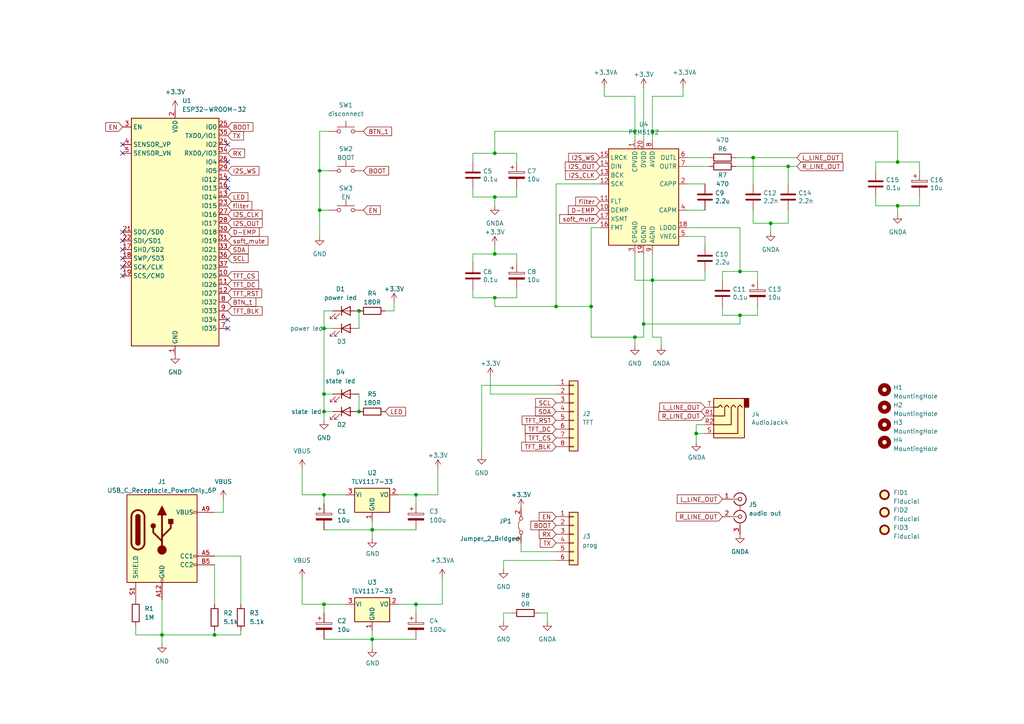
<source format=kicad_sch>
(kicad_sch (version 20230121) (generator eeschema)
  (paper "A4")
  (lib_symbols
    (symbol "Audio:PCM5102"
      (property "Reference" "U" (at -10.16 13.97 0))
      (property "Value" "PCM5102" (at 3.81 13.97 0))
      (symbol "PCM5102_0_1"
        (rectangle (start -10.16 12.7) (end 10.16 -15.24) (stroke (width 0.254)) (fill (type background)))
      )
      (symbol "PCM5102_1_1"
        (pin passive line (at -2.54 15.24 270) (length 2.54) (name "CPVDD") (number "1"))
        (pin input line (at -12.7 -5.08 0) (length 2.54) (name "DEMP") (number "10"))
        (pin input line (at -12.7 -2.54 0) (length 2.54) (name "FLT") (number "11"))
        (pin input line (at -12.7 2.54 0) (length 2.54) (name "SCK") (number "12"))
        (pin input line (at -12.7 5.08 0) (length 2.54) (name "BCK") (number "13"))
        (pin input line (at -12.7 7.62 0) (length 2.54) (name "DIN") (number "14"))
        (pin input line (at -12.7 10.16 0) (length 2.54) (name "LRCK") (number "15"))
        (pin input line (at -12.7 -10.16 0) (length 2.54) (name "FMT") (number "16"))
        (pin input line (at -12.7 -7.62 0) (length 2.54) (name "XSMT") (number "17"))
        (pin passive line (at 12.7 -10.16 180) (length 2.54) (name "LDOO") (number "18"))
        (pin power_in line (at 0 -17.78 90) (length 2.54) (name "DGND") (number "19"))
        (pin passive line (at 12.7 2.54 180) (length 2.54) (name "CAPP") (number "2"))
        (pin power_in line (at 0 15.24 270) (length 2.54) (name "DVDD") (number "20"))
        (pin power_in line (at -2.54 -17.78 90) (length 2.54) (name "CPGND") (number "3"))
        (pin passive line (at 12.7 -5.08 180) (length 2.54) (name "CAPM") (number "4"))
        (pin passive line (at 12.7 -12.7 180) (length 2.54) (name "VNEG") (number "5"))
        (pin output line (at 12.7 10.16 180) (length 2.54) (name "OUTL") (number "6"))
        (pin output line (at 12.7 7.62 180) (length 2.54) (name "OUTR") (number "7"))
        (pin power_in line (at 2.54 15.24 270) (length 2.54) (name "AVDD") (number "8"))
        (pin power_in line (at 2.54 -17.78 90) (length 2.54) (name "AGND") (number "9"))
      )
    )
    (symbol "Connector:AudioJack4"
      (property "Reference" "J" (at 0 8.89 0))
      (property "Value" "AudioJack4" (at 0 6.35 0))
      (symbol "AudioJack4_0_1"
        (rectangle (start -6.35 -5.08) (end -7.62 -7.62) (stroke (width 0.254)) (fill (type outline)))
        (polyline (pts (xy 0 -5.08) (xy 0.635 -5.715) (xy 1.27 -5.08) (xy 2.54 -5.08)) (stroke (width 0.254)))
        (polyline (pts (xy -5.715 -5.08) (xy -5.08 -5.715) (xy -4.445 -5.08) (xy -4.445 2.54) (xy 2.54 2.54)) (stroke (width 0.254)))
        (polyline (pts (xy -1.905 -5.08) (xy -1.27 -5.715) (xy -0.635 -5.08) (xy -0.635 -2.54) (xy 2.54 -2.54)) (stroke (width 0.254)))
        (polyline (pts (xy 2.54 0) (xy -2.54 0) (xy -2.54 -5.08) (xy -3.175 -5.715) (xy -3.81 -5.08)) (stroke (width 0.254)))
        (rectangle (start 2.54 3.81) (end -6.35 -7.62) (stroke (width 0.254)) (fill (type background)))
      )
      (symbol "AudioJack4_1_1"
        (pin passive line (at 5.08 -2.54 180) (length 2.54) (name "~") (number "R1"))
        (pin passive line (at 5.08 0 180) (length 2.54) (name "~") (number "R2"))
        (pin passive line (at 5.08 2.54 180) (length 2.54) (name "~") (number "S"))
        (pin passive line (at 5.08 -5.08 180) (length 2.54) (name "~") (number "T"))
      )
    )
    (symbol "Connector:Conn_Coaxial_x2" (pin_names (offset 1.016) hide)
      (property "Reference" "J" (at 0 5.715 0))
      (property "Value" "Conn_Coaxial_x2" (at 2.921 0 90))
      (symbol "Conn_Coaxial_x2_0_1"
        (arc (start -1.778 -3.048) (mid 0.2311 -4.3466) (end 1.778 -2.54) (stroke (width 0.254)))
        (arc (start -1.778 2.032) (mid 0.2311 0.7334) (end 1.778 2.54) (stroke (width 0.254)))
        (circle (center 0 -2.54) (radius 0.508) (stroke (width 0.2032)))
        (polyline (pts (xy -2.54 -2.54) (xy -0.508 -2.54)))
        (polyline (pts (xy -2.54 2.54) (xy -0.508 2.54)))
        (polyline (pts (xy 0 -5.08) (xy 0 -4.318)))
        (polyline (pts (xy 0 0.762) (xy 0 -0.635)))
        (circle (center 0 2.54) (radius 0.508) (stroke (width 0.2032)))
        (arc (start 1.778 -2.54) (mid 0.2099 -0.7299) (end -1.778 -2.032) (stroke (width 0.254)))
        (arc (start 1.778 2.54) (mid 0.2099 4.3501) (end -1.778 3.048) (stroke (width 0.254)))
      )
      (symbol "Conn_Coaxial_x2_1_1"
        (pin passive line (at -5.08 2.54 0) (length 2.54) (name "IN1") (number "1"))
        (pin passive line (at -5.08 -2.54 0) (length 2.54) (name "IN2") (number "2"))
        (pin passive line (at 0 -7.62 90) (length 2.54) (name "EXT") (number "3"))
      )
    )
    (symbol "Connector:USB_C_Receptacle_PowerOnly_6P" (pin_names (offset 1.016))
      (property "Reference" "J" (at 0 16.51 0))
      (property "Value" "USB_C_Receptacle_PowerOnly_6P" (at 0 13.97 0))
      (symbol "USB_C_Receptacle_PowerOnly_6P_0_0"
        (rectangle (start -0.254 -12.7) (end 0.254 -11.684))
        (rectangle (start 10.16 -7.366) (end 9.144 -7.874))
        (rectangle (start 10.16 -4.826) (end 9.144 -5.334))
        (rectangle (start 10.16 7.874) (end 9.144 7.366))
      )
      (symbol "USB_C_Receptacle_PowerOnly_6P_0_1"
        (rectangle (start -10.16 12.7) (end 10.16 -12.7) (stroke (width 0.254)) (fill (type background)))
        (arc (start -8.89 -1.27) (mid -6.985 -3.1667) (end -5.08 -1.27) (stroke (width 0.508)))
        (arc (start -7.62 -1.27) (mid -6.985 -1.9023) (end -6.35 -1.27) (stroke (width 0.254)))
        (arc (start -7.62 -1.27) (mid -6.985 -1.9023) (end -6.35 -1.27) (stroke (width 0.254)) (fill (type outline)))
        (rectangle (start -7.62 -1.27) (end -6.35 6.35) (stroke (width 0.254)) (fill (type outline)))
        (arc (start -6.35 6.35) (mid -6.985 6.9823) (end -7.62 6.35) (stroke (width 0.254)))
        (arc (start -6.35 6.35) (mid -6.985 6.9823) (end -7.62 6.35) (stroke (width 0.254)) (fill (type outline)))
        (arc (start -5.08 6.35) (mid -6.985 8.2467) (end -8.89 6.35) (stroke (width 0.508)))
        (circle (center -2.54 3.683) (radius 0.635) (stroke (width 0.254)) (fill (type outline)))
        (circle (center 0 -3.302) (radius 1.27) (fill (type outline)))
        (polyline (pts (xy -8.89 -1.27) (xy -8.89 6.35)) (stroke (width 0.508)))
        (polyline (pts (xy -5.08 6.35) (xy -5.08 -1.27)) (stroke (width 0.508)))
        (polyline (pts (xy 0 -3.302) (xy 0 6.858)) (stroke (width 0.508)))
        (polyline (pts (xy 0 -0.762) (xy -2.54 1.778) (xy -2.54 3.048)) (stroke (width 0.508)))
        (polyline (pts (xy 0 0.508) (xy 2.54 3.048) (xy 2.54 4.318)) (stroke (width 0.508)))
        (polyline (pts (xy -1.27 6.858) (xy 0 9.398) (xy 1.27 6.858) (xy -1.27 6.858)) (stroke (width 0.254)) (fill (type outline)))
        (rectangle (start 1.905 4.318) (end 3.175 5.588) (stroke (width 0.254)) (fill (type outline)))
      )
      (symbol "USB_C_Receptacle_PowerOnly_6P_1_1"
        (pin passive line (at 0 -17.78 90) (length 5.08) (name "GND") (number "A12"))
        (pin bidirectional line (at 15.24 -5.08 180) (length 5.08) (name "CC1") (number "A5"))
        (pin passive line (at 15.24 7.62 180) (length 5.08) (name "VBUS") (number "A9"))
        (pin passive line (at 0 -17.78 90) (length 5.08) hide (name "GND") (number "B12"))
        (pin bidirectional line (at 15.24 -7.62 180) (length 5.08) (name "CC2") (number "B5"))
        (pin passive line (at 15.24 7.62 180) (length 5.08) hide (name "VBUS") (number "B9"))
        (pin passive line (at -7.62 -17.78 90) (length 5.08) (name "SHIELD") (number "S1"))
      )
    )
    (symbol "Connector_Generic:Conn_01x06" (pin_names (offset 1.016) hide)
      (property "Reference" "J" (at 0 7.62 0))
      (property "Value" "Conn_01x06" (at 0 -10.16 0))
      (symbol "Conn_01x06_1_1"
        (rectangle (start -1.27 -7.493) (end 0 -7.747) (stroke (width 0.1524)))
        (rectangle (start -1.27 -4.953) (end 0 -5.207) (stroke (width 0.1524)))
        (rectangle (start -1.27 -2.413) (end 0 -2.667) (stroke (width 0.1524)))
        (rectangle (start -1.27 0.127) (end 0 -0.127) (stroke (width 0.1524)))
        (rectangle (start -1.27 2.667) (end 0 2.413) (stroke (width 0.1524)))
        (rectangle (start -1.27 5.207) (end 0 4.953) (stroke (width 0.1524)))
        (rectangle (start -1.27 6.35) (end 1.27 -8.89) (stroke (width 0.254)) (fill (type background)))
        (pin passive line (at -5.08 5.08 0) (length 3.81) (name "Pin_1") (number "1"))
        (pin passive line (at -5.08 2.54 0) (length 3.81) (name "Pin_2") (number "2"))
        (pin passive line (at -5.08 0 0) (length 3.81) (name "Pin_3") (number "3"))
        (pin passive line (at -5.08 -2.54 0) (length 3.81) (name "Pin_4") (number "4"))
        (pin passive line (at -5.08 -5.08 0) (length 3.81) (name "Pin_5") (number "5"))
        (pin passive line (at -5.08 -7.62 0) (length 3.81) (name "Pin_6") (number "6"))
      )
    )
    (symbol "Connector_Generic:Conn_01x08" (pin_names (offset 1.016) hide)
      (property "Reference" "J" (at 0 10.16 0))
      (property "Value" "Conn_01x08" (at 0 -12.7 0))
      (symbol "Conn_01x08_1_1"
        (rectangle (start -1.27 -10.033) (end 0 -10.287) (stroke (width 0.1524)))
        (rectangle (start -1.27 -7.493) (end 0 -7.747) (stroke (width 0.1524)))
        (rectangle (start -1.27 -4.953) (end 0 -5.207) (stroke (width 0.1524)))
        (rectangle (start -1.27 -2.413) (end 0 -2.667) (stroke (width 0.1524)))
        (rectangle (start -1.27 0.127) (end 0 -0.127) (stroke (width 0.1524)))
        (rectangle (start -1.27 2.667) (end 0 2.413) (stroke (width 0.1524)))
        (rectangle (start -1.27 5.207) (end 0 4.953) (stroke (width 0.1524)))
        (rectangle (start -1.27 7.747) (end 0 7.493) (stroke (width 0.1524)))
        (rectangle (start -1.27 8.89) (end 1.27 -11.43) (stroke (width 0.254)) (fill (type background)))
        (pin passive line (at -5.08 7.62 0) (length 3.81) (name "Pin_1") (number "1"))
        (pin passive line (at -5.08 5.08 0) (length 3.81) (name "Pin_2") (number "2"))
        (pin passive line (at -5.08 2.54 0) (length 3.81) (name "Pin_3") (number "3"))
        (pin passive line (at -5.08 0 0) (length 3.81) (name "Pin_4") (number "4"))
        (pin passive line (at -5.08 -2.54 0) (length 3.81) (name "Pin_5") (number "5"))
        (pin passive line (at -5.08 -5.08 0) (length 3.81) (name "Pin_6") (number "6"))
        (pin passive line (at -5.08 -7.62 0) (length 3.81) (name "Pin_7") (number "7"))
        (pin passive line (at -5.08 -10.16 0) (length 3.81) (name "Pin_8") (number "8"))
      )
    )
    (symbol "Device:C" (pin_numbers hide) (pin_names (offset 0.254))
      (property "Reference" "C" (at 0.635 2.54 0))
      (property "Value" "C" (at 0.635 -2.54 0))
      (symbol "C_0_1"
        (polyline (pts (xy -2.032 -0.762) (xy 2.032 -0.762)) (stroke (width 0.508)))
        (polyline (pts (xy -2.032 0.762) (xy 2.032 0.762)) (stroke (width 0.508)))
      )
      (symbol "C_1_1"
        (pin passive line (at 0 3.81 270) (length 2.794) (name "~") (number "1"))
        (pin passive line (at 0 -3.81 90) (length 2.794) (name "~") (number "2"))
      )
    )
    (symbol "Device:C_Polarized" (pin_numbers hide) (pin_names (offset 0.254))
      (property "Reference" "C" (at 0.635 2.54 0))
      (property "Value" "C_Polarized" (at 0.635 -2.54 0))
      (symbol "C_Polarized_0_1"
        (rectangle (start -2.286 0.508) (end 2.286 1.016))
        (polyline (pts (xy -1.778 2.286) (xy -0.762 2.286)))
        (polyline (pts (xy -1.27 2.794) (xy -1.27 1.778)))
        (rectangle (start 2.286 -0.508) (end -2.286 -1.016) (fill (type outline)))
      )
      (symbol "C_Polarized_1_1"
        (pin passive line (at 0 3.81 270) (length 2.794) (name "~") (number "1"))
        (pin passive line (at 0 -3.81 90) (length 2.794) (name "~") (number "2"))
      )
    )
    (symbol "Device:LED" (pin_numbers hide) (pin_names (offset 1.016) hide)
      (property "Reference" "D" (at 0 2.54 0))
      (property "Value" "LED" (at 0 -2.54 0))
      (symbol "LED_0_1"
        (polyline (pts (xy -1.27 -1.27) (xy -1.27 1.27)) (stroke (width 0.254)))
        (polyline (pts (xy -1.27 0) (xy 1.27 0)))
        (polyline (pts (xy 1.27 -1.27) (xy 1.27 1.27) (xy -1.27 0) (xy 1.27 -1.27)) (stroke (width 0.254)))
        (polyline (pts (xy -3.048 -0.762) (xy -4.572 -2.286) (xy -3.81 -2.286) (xy -4.572 -2.286) (xy -4.572 -1.524)))
        (polyline (pts (xy -1.778 -0.762) (xy -3.302 -2.286) (xy -2.54 -2.286) (xy -3.302 -2.286) (xy -3.302 -1.524)))
      )
      (symbol "LED_1_1"
        (pin passive line (at -3.81 0 0) (length 2.54) (name "K") (number "1"))
        (pin passive line (at 3.81 0 180) (length 2.54) (name "A") (number "2"))
      )
    )
    (symbol "Device:R" (pin_numbers hide) (pin_names (offset 0))
      (property "Reference" "R" (at 2.032 0 90))
      (property "Value" "R" (at 0 0 90))
      (symbol "R_0_1"
        (rectangle (start -1.016 -2.54) (end 1.016 2.54) (stroke (width 0.254)))
      )
      (symbol "R_1_1"
        (pin passive line (at 0 3.81 270) (length 1.27) (name "~") (number "1"))
        (pin passive line (at 0 -3.81 90) (length 1.27) (name "~") (number "2"))
      )
    )
    (symbol "Jumper:Jumper_2_Bridged" (pin_names (offset 0) hide)
      (property "Reference" "JP" (at 0 1.905 0))
      (property "Value" "Jumper_2_Bridged" (at 0 -2.54 0))
      (symbol "Jumper_2_Bridged_0_0"
        (circle (center -2.032 0) (radius 0.508))
        (circle (center 2.032 0) (radius 0.508))
      )
      (symbol "Jumper_2_Bridged_0_1"
        (arc (start 1.524 0.254) (mid 0 0.762) (end -1.524 0.254))
      )
      (symbol "Jumper_2_Bridged_1_1"
        (pin passive line (at -5.08 0 0) (length 2.54) (name "A") (number "1"))
        (pin passive line (at 5.08 0 180) (length 2.54) (name "B") (number "2"))
      )
    )
    (symbol "Mechanical:Fiducial"
      (property "Reference" "FID" (at 0 5.08 0))
      (property "Value" "Fiducial" (at 0 3.175 0))
      (symbol "Fiducial_0_1"
        (circle (center 0 0) (radius 1.27) (stroke (width 0.508)) (fill (type background)))
      )
    )
    (symbol "Mechanical:MountingHole" (pin_names (offset 1.016))
      (property "Reference" "H" (at 0 5.08 0))
      (property "Value" "MountingHole" (at 0 3.175 0))
      (symbol "MountingHole_0_1"
        (circle (center 0 0) (radius 1.27) (stroke (width 1.27)))
      )
    )
    (symbol "RF_Module:ESP32-WROOM-32"
      (property "Reference" "U" (at -12.7 34.29 0))
      (property "Value" "ESP32-WROOM-32" (at 1.27 34.29 0))
      (symbol "ESP32-WROOM-32_0_1"
        (rectangle (start -12.7 33.02) (end 12.7 -33.02) (stroke (width 0.254)) (fill (type background)))
      )
      (symbol "ESP32-WROOM-32_1_1"
        (pin power_in line (at 0 -35.56 90) (length 2.54) (name "GND") (number "1"))
        (pin bidirectional line (at 15.24 -12.7 180) (length 2.54) (name "IO25") (number "10"))
        (pin bidirectional line (at 15.24 -15.24 180) (length 2.54) (name "IO26") (number "11"))
        (pin bidirectional line (at 15.24 -17.78 180) (length 2.54) (name "IO27") (number "12"))
        (pin bidirectional line (at 15.24 10.16 180) (length 2.54) (name "IO14") (number "13"))
        (pin bidirectional line (at 15.24 15.24 180) (length 2.54) (name "IO12") (number "14"))
        (pin passive line (at 0 -35.56 90) (length 2.54) hide (name "GND") (number "15"))
        (pin bidirectional line (at 15.24 12.7 180) (length 2.54) (name "IO13") (number "16"))
        (pin bidirectional line (at -15.24 -5.08 0) (length 2.54) (name "SHD/SD2") (number "17"))
        (pin bidirectional line (at -15.24 -7.62 0) (length 2.54) (name "SWP/SD3") (number "18"))
        (pin bidirectional line (at -15.24 -12.7 0) (length 2.54) (name "SCS/CMD") (number "19"))
        (pin power_in line (at 0 35.56 270) (length 2.54) (name "VDD") (number "2"))
        (pin bidirectional line (at -15.24 -10.16 0) (length 2.54) (name "SCK/CLK") (number "20"))
        (pin bidirectional line (at -15.24 0 0) (length 2.54) (name "SDO/SD0") (number "21"))
        (pin bidirectional line (at -15.24 -2.54 0) (length 2.54) (name "SDI/SD1") (number "22"))
        (pin bidirectional line (at 15.24 7.62 180) (length 2.54) (name "IO15") (number "23"))
        (pin bidirectional line (at 15.24 25.4 180) (length 2.54) (name "IO2") (number "24"))
        (pin bidirectional line (at 15.24 30.48 180) (length 2.54) (name "IO0") (number "25"))
        (pin bidirectional line (at 15.24 20.32 180) (length 2.54) (name "IO4") (number "26"))
        (pin bidirectional line (at 15.24 5.08 180) (length 2.54) (name "IO16") (number "27"))
        (pin bidirectional line (at 15.24 2.54 180) (length 2.54) (name "IO17") (number "28"))
        (pin bidirectional line (at 15.24 17.78 180) (length 2.54) (name "IO5") (number "29"))
        (pin input line (at -15.24 30.48 0) (length 2.54) (name "EN") (number "3"))
        (pin bidirectional line (at 15.24 0 180) (length 2.54) (name "IO18") (number "30"))
        (pin bidirectional line (at 15.24 -2.54 180) (length 2.54) (name "IO19") (number "31"))
        (pin no_connect line (at -12.7 -27.94 0) (length 2.54) hide (name "NC") (number "32"))
        (pin bidirectional line (at 15.24 -5.08 180) (length 2.54) (name "IO21") (number "33"))
        (pin bidirectional line (at 15.24 22.86 180) (length 2.54) (name "RXD0/IO3") (number "34"))
        (pin bidirectional line (at 15.24 27.94 180) (length 2.54) (name "TXD0/IO1") (number "35"))
        (pin bidirectional line (at 15.24 -7.62 180) (length 2.54) (name "IO22") (number "36"))
        (pin bidirectional line (at 15.24 -10.16 180) (length 2.54) (name "IO23") (number "37"))
        (pin passive line (at 0 -35.56 90) (length 2.54) hide (name "GND") (number "38"))
        (pin passive line (at 0 -35.56 90) (length 2.54) hide (name "GND") (number "39"))
        (pin input line (at -15.24 25.4 0) (length 2.54) (name "SENSOR_VP") (number "4"))
        (pin input line (at -15.24 22.86 0) (length 2.54) (name "SENSOR_VN") (number "5"))
        (pin input line (at 15.24 -25.4 180) (length 2.54) (name "IO34") (number "6"))
        (pin input line (at 15.24 -27.94 180) (length 2.54) (name "IO35") (number "7"))
        (pin bidirectional line (at 15.24 -20.32 180) (length 2.54) (name "IO32") (number "8"))
        (pin bidirectional line (at 15.24 -22.86 180) (length 2.54) (name "IO33") (number "9"))
      )
    )
    (symbol "Regulator_Linear:TLV1117-33" (pin_names (offset 0.254))
      (property "Reference" "U" (at -3.81 3.175 0))
      (property "Value" "TLV1117-33" (at 0 3.175 0))
      (symbol "TLV1117-33_0_1"
        (rectangle (start -5.08 -5.08) (end 5.08 1.905) (stroke (width 0.254)) (fill (type background)))
      )
      (symbol "TLV1117-33_1_1"
        (pin power_in line (at 0 -7.62 90) (length 2.54) (name "GND") (number "1"))
        (pin power_out line (at 7.62 0 180) (length 2.54) (name "VO") (number "2"))
        (pin power_in line (at -7.62 0 0) (length 2.54) (name "VI") (number "3"))
      )
    )
    (symbol "Switch:SW_Push" (pin_numbers hide) (pin_names (offset 1.016) hide)
      (property "Reference" "SW" (at 1.27 2.54 0))
      (property "Value" "SW_Push" (at 0 -1.524 0))
      (symbol "SW_Push_0_1"
        (circle (center -2.032 0) (radius 0.508))
        (polyline (pts (xy 0 1.27) (xy 0 3.048)))
        (polyline (pts (xy 2.54 1.27) (xy -2.54 1.27)))
        (circle (center 2.032 0) (radius 0.508))
        (pin passive line (at -5.08 0 0) (length 2.54) (name "1") (number "1"))
        (pin passive line (at 5.08 0 180) (length 2.54) (name "2") (number "2"))
      )
    )
    (symbol "pod-rescue:CP-Device" (pin_numbers hide) (pin_names (offset 0.254))
      (property "Reference" "C" (at 0.635 2.54 0))
      (property "Value" "CP-Device" (at 0.635 -2.54 0))
      (symbol "CP-Device_0_1"
        (rectangle (start -2.286 0.508) (end 2.286 1.016))
        (polyline (pts (xy -1.778 2.286) (xy -0.762 2.286)))
        (polyline (pts (xy -1.27 2.794) (xy -1.27 1.778)))
        (rectangle (start 2.286 -0.508) (end -2.286 -1.016) (fill (type outline)))
      )
      (symbol "CP-Device_1_1"
        (pin passive line (at 0 3.81 270) (length 2.794) (name "~") (number "1"))
        (pin passive line (at 0 -3.81 90) (length 2.794) (name "~") (number "2"))
      )
    )
    (symbol "power:+3.3V" (power) (pin_names (offset 0))
      (property "Value" "+3.3V" (at 0 3.556 0))
      (symbol "+3.3V_0_1"
        (polyline (pts (xy -0.762 1.27) (xy 0 2.54)))
        (polyline (pts (xy 0 0) (xy 0 2.54)))
        (polyline (pts (xy 0 2.54) (xy 0.762 1.27)))
      )
      (symbol "+3.3V_1_1"
        (pin power_in line (at 0 0 90) (length 0) hide (name "+3.3V") (number "1"))
      )
    )
    (symbol "power:+3.3VA" (power) (pin_names (offset 0))
      (property "Value" "+3.3VA" (at 0 3.556 0))
      (symbol "+3.3VA_0_1"
        (polyline (pts (xy -0.762 1.27) (xy 0 2.54)))
        (polyline (pts (xy 0 0) (xy 0 2.54)))
        (polyline (pts (xy 0 2.54) (xy 0.762 1.27)))
      )
      (symbol "+3.3VA_1_1"
        (pin power_in line (at 0 0 90) (length 0) hide (name "+3.3VA") (number "1"))
      )
    )
    (symbol "power:GND" (power) (pin_names (offset 0))
      (property "Value" "GND" (at 0 -3.81 0))
      (symbol "GND_0_1"
        (polyline (pts (xy 0 0) (xy 0 -1.27) (xy 1.27 -1.27) (xy 0 -2.54) (xy -1.27 -1.27) (xy 0 -1.27)))
      )
      (symbol "GND_1_1"
        (pin power_in line (at 0 0 270) (length 0) hide (name "GND") (number "1"))
      )
    )
    (symbol "power:GNDA" (power) (pin_names (offset 0))
      (property "Value" "GNDA" (at 0 -3.81 0))
      (symbol "GNDA_0_1"
        (polyline (pts (xy 0 0) (xy 0 -1.27) (xy 1.27 -1.27) (xy 0 -2.54) (xy -1.27 -1.27) (xy 0 -1.27)))
      )
      (symbol "GNDA_1_1"
        (pin power_in line (at 0 0 270) (length 0) hide (name "GNDA") (number "1"))
      )
    )
    (symbol "power:VBUS" (power) (pin_names (offset 0))
      (property "Value" "VBUS" (at 0 3.81 0))
      (symbol "VBUS_0_1"
        (polyline (pts (xy -0.762 1.27) (xy 0 2.54)))
        (polyline (pts (xy 0 0) (xy 0 2.54)))
        (polyline (pts (xy 0 2.54) (xy 0.762 1.27)))
      )
      (symbol "VBUS_1_1"
        (pin power_in line (at 0 0 90) (length 0) hide (name "VBUS") (number "1"))
      )
    )
  )
  (junction (at 93.98 119.38))
  (junction (at 228.6 48.26))
  (junction (at 92.71 60.96))
  (junction (at 107.95 185.42))
  (junction (at 223.52 64.77))
  (junction (at 143.51 57.15))
  (junction (at 214.63 78.74))
  (junction (at 201.93 125.73))
  (junction (at 184.15 38.1))
  (junction (at 104.14 119.38))
  (junction (at 143.51 73.66))
  (junction (at 46.99 184.15))
  (junction (at 107.95 153.67))
  (junction (at 120.65 175.26))
  (junction (at 218.44 45.72))
  (junction (at 93.98 95.25))
  (junction (at 171.45 88.9))
  (junction (at 120.65 143.51))
  (junction (at 189.23 38.1))
  (junction (at 184.15 97.79))
  (junction (at 260.35 46.99))
  (junction (at 93.98 175.26))
  (junction (at 104.14 90.17))
  (junction (at 214.63 91.44))
  (junction (at 93.98 114.3))
  (junction (at 93.98 143.51))
  (junction (at 92.71 49.53))
  (junction (at 260.35 59.69))
  (junction (at 161.29 88.9))
  (junction (at 62.23 184.15))
  (junction (at 143.51 44.45))
  (junction (at 143.51 86.36))
  (junction (at 189.23 81.28))
  (junction (at 186.69 93.98))
  (no_connect (at 35.56 67.31))
  (no_connect (at 66.04 52.07))
  (no_connect (at 66.04 92.71))
  (no_connect (at 35.56 69.85))
  (no_connect (at 35.56 41.91))
  (no_connect (at 66.04 46.99))
  (no_connect (at 66.04 54.61))
  (no_connect (at 35.56 44.45))
  (no_connect (at 35.56 74.93))
  (no_connect (at 35.56 72.39))
  (no_connect (at 35.56 80.01))
  (no_connect (at 66.04 95.25))
  (no_connect (at 35.56 77.47))
  (no_connect (at 66.04 41.91))
  (wire (pts (xy 189.23 81.28) (xy 184.15 81.28)))
  (wire (pts (xy 128.27 175.26) (xy 120.65 175.26)))
  (wire (pts (xy 114.3 90.17) (xy 114.3 87.63)))
  (wire (pts (xy 204.47 60.96) (xy 199.39 60.96)))
  (wire (pts (xy 93.98 175.26) (xy 93.98 177.8)))
  (wire (pts (xy 158.75 180.34) (xy 158.75 177.8)))
  (wire (pts (xy 92.71 68.58) (xy 92.71 60.96)))
  (wire (pts (xy 137.16 86.36) (xy 143.51 86.36)))
  (wire (pts (xy 139.7 111.76) (xy 161.29 111.76)))
  (wire (pts (xy 139.7 132.08) (xy 139.7 111.76)))
  (wire (pts (xy 189.23 81.28) (xy 189.23 97.79)))
  (wire (pts (xy 189.23 38.1) (xy 189.23 40.64)))
  (wire (pts (xy 87.63 167.64) (xy 87.63 175.26)))
  (wire (pts (xy 69.85 161.29) (xy 69.85 175.26)))
  (wire (pts (xy 93.98 114.3) (xy 93.98 119.38)))
  (wire (pts (xy 127 135.89) (xy 127 143.51)))
  (wire (pts (xy 228.6 64.77) (xy 228.6 60.96)))
  (wire (pts (xy 173.99 53.34) (xy 161.29 53.34)))
  (wire (pts (xy 260.35 59.69) (xy 266.7 59.69)))
  (wire (pts (xy 218.44 53.34) (xy 218.44 45.72)))
  (wire (pts (xy 143.51 57.15) (xy 149.86 57.15)))
  (wire (pts (xy 223.52 64.77) (xy 228.6 64.77)))
  (wire (pts (xy 64.77 148.59) (xy 62.23 148.59)))
  (wire (pts (xy 199.39 68.58) (xy 204.47 68.58)))
  (wire (pts (xy 127 143.51) (xy 120.65 143.51)))
  (wire (pts (xy 143.51 71.12) (xy 143.51 73.66)))
  (wire (pts (xy 120.65 185.42) (xy 107.95 185.42)))
  (wire (pts (xy 191.77 97.79) (xy 189.23 97.79)))
  (wire (pts (xy 184.15 38.1) (xy 184.15 40.64)))
  (wire (pts (xy 137.16 73.66) (xy 143.51 73.66)))
  (wire (pts (xy 93.98 153.67) (xy 107.95 153.67)))
  (wire (pts (xy 204.47 78.74) (xy 204.47 81.28)))
  (wire (pts (xy 184.15 100.33) (xy 184.15 97.79)))
  (wire (pts (xy 143.51 44.45) (xy 149.86 44.45)))
  (wire (pts (xy 93.98 185.42) (xy 107.95 185.42)))
  (wire (pts (xy 93.98 121.92) (xy 93.98 119.38)))
  (wire (pts (xy 93.98 90.17) (xy 96.52 90.17)))
  (wire (pts (xy 186.69 25.4) (xy 186.69 40.64)))
  (wire (pts (xy 205.74 48.26) (xy 199.39 48.26)))
  (wire (pts (xy 62.23 161.29) (xy 69.85 161.29)))
  (wire (pts (xy 184.15 97.79) (xy 171.45 97.79)))
  (wire (pts (xy 201.93 125.73) (xy 204.47 125.73)))
  (wire (pts (xy 254 49.53) (xy 254 46.99)))
  (wire (pts (xy 149.86 73.66) (xy 149.86 76.2)))
  (wire (pts (xy 214.63 91.44) (xy 214.63 93.98)))
  (wire (pts (xy 260.35 59.69) (xy 260.35 62.23)))
  (wire (pts (xy 69.85 182.88) (xy 69.85 184.15)))
  (wire (pts (xy 104.14 114.3) (xy 104.14 119.38)))
  (wire (pts (xy 161.29 114.3) (xy 142.24 114.3)))
  (wire (pts (xy 184.15 97.79) (xy 186.69 97.79)))
  (wire (pts (xy 93.98 143.51) (xy 93.98 146.05)))
  (wire (pts (xy 143.51 57.15) (xy 143.51 59.69)))
  (wire (pts (xy 107.95 185.42) (xy 107.95 182.88)))
  (wire (pts (xy 219.71 78.74) (xy 219.71 81.28)))
  (wire (pts (xy 254 46.99) (xy 260.35 46.99)))
  (wire (pts (xy 143.51 44.45) (xy 143.51 38.1)))
  (wire (pts (xy 214.63 66.04) (xy 214.63 78.74)))
  (wire (pts (xy 218.44 60.96) (xy 218.44 64.77)))
  (wire (pts (xy 92.71 60.96) (xy 92.71 49.53)))
  (wire (pts (xy 137.16 86.36) (xy 137.16 83.82)))
  (wire (pts (xy 214.63 66.04) (xy 199.39 66.04)))
  (wire (pts (xy 161.29 88.9) (xy 171.45 88.9)))
  (wire (pts (xy 92.71 38.1) (xy 95.25 38.1)))
  (wire (pts (xy 209.55 91.44) (xy 214.63 91.44)))
  (wire (pts (xy 184.15 27.94) (xy 184.15 38.1)))
  (wire (pts (xy 149.86 44.45) (xy 149.86 46.99)))
  (wire (pts (xy 148.59 177.8) (xy 146.05 177.8)))
  (wire (pts (xy 151.13 160.02) (xy 161.29 160.02)))
  (wire (pts (xy 266.7 59.69) (xy 266.7 57.15)))
  (wire (pts (xy 137.16 57.15) (xy 137.16 54.61)))
  (wire (pts (xy 149.86 57.15) (xy 149.86 54.61)))
  (wire (pts (xy 219.71 91.44) (xy 219.71 88.9)))
  (wire (pts (xy 92.71 60.96) (xy 95.25 60.96)))
  (wire (pts (xy 143.51 86.36) (xy 149.86 86.36)))
  (wire (pts (xy 87.63 143.51) (xy 93.98 143.51)))
  (wire (pts (xy 93.98 143.51) (xy 100.33 143.51)))
  (wire (pts (xy 214.63 91.44) (xy 219.71 91.44)))
  (wire (pts (xy 137.16 76.2) (xy 137.16 73.66)))
  (wire (pts (xy 62.23 184.15) (xy 62.23 182.88)))
  (wire (pts (xy 189.23 38.1) (xy 260.35 38.1)))
  (wire (pts (xy 62.23 175.26) (xy 62.23 163.83)))
  (wire (pts (xy 120.65 175.26) (xy 120.65 177.8)))
  (wire (pts (xy 87.63 135.89) (xy 87.63 143.51)))
  (wire (pts (xy 218.44 45.72) (xy 231.14 45.72)))
  (wire (pts (xy 146.05 165.1) (xy 146.05 162.56)))
  (wire (pts (xy 204.47 81.28) (xy 189.23 81.28)))
  (wire (pts (xy 93.98 90.17) (xy 93.98 95.25)))
  (wire (pts (xy 254 59.69) (xy 260.35 59.69)))
  (wire (pts (xy 92.71 49.53) (xy 92.71 38.1)))
  (wire (pts (xy 218.44 64.77) (xy 223.52 64.77)))
  (wire (pts (xy 120.65 153.67) (xy 107.95 153.67)))
  (wire (pts (xy 146.05 162.56) (xy 161.29 162.56)))
  (wire (pts (xy 260.35 38.1) (xy 260.35 46.99)))
  (wire (pts (xy 104.14 90.17) (xy 104.14 95.25)))
  (wire (pts (xy 107.95 156.21) (xy 107.95 153.67)))
  (wire (pts (xy 213.36 45.72) (xy 218.44 45.72)))
  (wire (pts (xy 143.51 86.36) (xy 143.51 88.9)))
  (wire (pts (xy 191.77 97.79) (xy 191.77 100.33)))
  (wire (pts (xy 128.27 175.26) (xy 128.27 167.64)))
  (wire (pts (xy 46.99 184.15) (xy 46.99 186.69)))
  (wire (pts (xy 175.26 25.4) (xy 175.26 27.94)))
  (wire (pts (xy 266.7 46.99) (xy 266.7 49.53)))
  (wire (pts (xy 93.98 114.3) (xy 96.52 114.3)))
  (wire (pts (xy 149.86 86.36) (xy 149.86 83.82)))
  (wire (pts (xy 189.23 27.94) (xy 189.23 38.1)))
  (wire (pts (xy 158.75 177.8) (xy 156.21 177.8)))
  (wire (pts (xy 184.15 81.28) (xy 184.15 73.66)))
  (wire (pts (xy 62.23 184.15) (xy 69.85 184.15)))
  (wire (pts (xy 93.98 175.26) (xy 100.33 175.26)))
  (wire (pts (xy 120.65 143.51) (xy 120.65 146.05)))
  (wire (pts (xy 209.55 91.44) (xy 209.55 88.9)))
  (wire (pts (xy 199.39 53.34) (xy 204.47 53.34)))
  (wire (pts (xy 171.45 97.79) (xy 171.45 88.9)))
  (wire (pts (xy 198.12 27.94) (xy 189.23 27.94)))
  (wire (pts (xy 115.57 143.51) (xy 120.65 143.51)))
  (wire (pts (xy 137.16 46.99) (xy 137.16 44.45)))
  (wire (pts (xy 161.29 53.34) (xy 161.29 88.9)))
  (wire (pts (xy 137.16 44.45) (xy 143.51 44.45)))
  (wire (pts (xy 186.69 93.98) (xy 186.69 97.79)))
  (wire (pts (xy 107.95 187.96) (xy 107.95 185.42)))
  (wire (pts (xy 151.13 157.48) (xy 151.13 160.02)))
  (wire (pts (xy 93.98 119.38) (xy 96.52 119.38)))
  (wire (pts (xy 198.12 25.4) (xy 198.12 27.94)))
  (wire (pts (xy 115.57 175.26) (xy 120.65 175.26)))
  (wire (pts (xy 93.98 95.25) (xy 93.98 114.3)))
  (wire (pts (xy 189.23 81.28) (xy 189.23 73.66)))
  (wire (pts (xy 46.99 184.15) (xy 62.23 184.15)))
  (wire (pts (xy 228.6 48.26) (xy 231.14 48.26)))
  (wire (pts (xy 199.39 45.72) (xy 205.74 45.72)))
  (wire (pts (xy 39.37 184.15) (xy 46.99 184.15)))
  (wire (pts (xy 46.99 173.99) (xy 46.99 184.15)))
  (wire (pts (xy 228.6 48.26) (xy 213.36 48.26)))
  (wire (pts (xy 171.45 88.9) (xy 171.45 66.04)))
  (wire (pts (xy 92.71 49.53) (xy 95.25 49.53)))
  (wire (pts (xy 87.63 175.26) (xy 93.98 175.26)))
  (wire (pts (xy 143.51 38.1) (xy 184.15 38.1)))
  (wire (pts (xy 93.98 95.25) (xy 96.52 95.25)))
  (wire (pts (xy 254 59.69) (xy 254 57.15)))
  (wire (pts (xy 39.37 181.61) (xy 39.37 184.15)))
  (wire (pts (xy 111.76 90.17) (xy 114.3 90.17)))
  (wire (pts (xy 137.16 57.15) (xy 143.51 57.15)))
  (wire (pts (xy 201.93 123.19) (xy 201.93 125.73)))
  (wire (pts (xy 146.05 177.8) (xy 146.05 180.34)))
  (wire (pts (xy 214.63 93.98) (xy 186.69 93.98)))
  (wire (pts (xy 260.35 46.99) (xy 266.7 46.99)))
  (wire (pts (xy 64.77 144.78) (xy 64.77 148.59)))
  (wire (pts (xy 223.52 64.77) (xy 223.52 67.31)))
  (wire (pts (xy 143.51 88.9) (xy 161.29 88.9)))
  (wire (pts (xy 209.55 81.28) (xy 209.55 78.74)))
  (wire (pts (xy 201.93 128.27) (xy 201.93 125.73)))
  (wire (pts (xy 204.47 123.19) (xy 201.93 123.19)))
  (wire (pts (xy 186.69 73.66) (xy 186.69 93.98)))
  (wire (pts (xy 175.26 27.94) (xy 184.15 27.94)))
  (wire (pts (xy 142.24 114.3) (xy 142.24 109.22)))
  (wire (pts (xy 228.6 53.34) (xy 228.6 48.26)))
  (wire (pts (xy 143.51 73.66) (xy 149.86 73.66)))
  (wire (pts (xy 107.95 153.67) (xy 107.95 151.13)))
  (wire (pts (xy 171.45 66.04) (xy 173.99 66.04)))
  (wire (pts (xy 209.55 78.74) (xy 214.63 78.74)))
  (wire (pts (xy 204.47 68.58) (xy 204.47 71.12)))
  (wire (pts (xy 214.63 78.74) (xy 219.71 78.74)))
  (global_label "SDA" (shape input) (at 66.04 72.39 0) (property "Intersheetrefs" "${INTERSHEET_REFS}" (effects hide)))
  (global_label "RX" (shape input) (at 66.04 44.45 0) (property "Intersheetrefs" "${INTERSHEET_REFS}" (effects hide)) (property "Références Inter-Feuilles" "${INTERSHEET_REFS}" (effects hide)))
  (global_label "SCL" (shape input) (at 66.04 74.93 0) (property "Intersheetrefs" "${INTERSHEET_REFS}" (effects hide)))
  (global_label "TFT_RST" (shape input) (at 161.29 121.92 180) (property "Intersheetrefs" "${INTERSHEET_REFS}" (effects hide)))
  (global_label "LED" (shape input) (at 111.76 119.38 0) (property "Intersheetrefs" "${INTERSHEET_REFS}" (effects hide)))
  (global_label "I2S_OUT" (shape input) (at 66.04 64.77 0) (property "Intersheetrefs" "${INTERSHEET_REFS}" (effects hide)) (property "Références Inter-Feuilles" "${INTERSHEET_REFS}" (effects hide)))
  (global_label "TFT_RST" (shape input) (at 66.04 85.09 0) (property "Intersheetrefs" "${INTERSHEET_REFS}" (effects hide)))
  (global_label "D-EMP" (shape input) (at 66.04 67.31 0) (property "Intersheetrefs" "${INTERSHEET_REFS}" (effects hide)))
  (global_label "EN" (shape input) (at 161.29 149.86 180) (property "Intersheetrefs" "${INTERSHEET_REFS}" (effects hide)))
  (global_label "TFT_CS" (shape input) (at 161.29 127 180) (property "Intersheetrefs" "${INTERSHEET_REFS}" (effects hide)))
  (global_label "L_LINE_OUT" (shape input) (at 204.47 118.11 180) (property "Intersheetrefs" "${INTERSHEET_REFS}" (effects hide)) (property "Références Inter-Feuilles" "${INTERSHEET_REFS}" (effects hide)))
  (global_label "SDA" (shape input) (at 161.29 119.38 180) (property "Intersheetrefs" "${INTERSHEET_REFS}" (effects hide)))
  (global_label "R_LINE_OUT" (shape input) (at 231.14 48.26 0) (property "Intersheetrefs" "${INTERSHEET_REFS}" (effects hide)) (property "Références Inter-Feuilles" "${INTERSHEET_REFS}" (effects hide)))
  (global_label "I2S_WS" (shape input) (at 173.99 45.72 180) (property "Intersheetrefs" "${INTERSHEET_REFS}" (effects hide)) (property "Références Inter-Feuilles" "${INTERSHEET_REFS}" (effects hide)))
  (global_label "RX" (shape input) (at 161.29 154.94 180) (property "Intersheetrefs" "${INTERSHEET_REFS}" (effects hide)))
  (global_label "D-EMP" (shape input) (at 173.99 60.96 180) (property "Intersheetrefs" "${INTERSHEET_REFS}" (effects hide)))
  (global_label "filter" (shape input) (at 173.99 58.42 180) (property "Intersheetrefs" "${INTERSHEET_REFS}" (effects hide)))
  (global_label "TFT_CS" (shape input) (at 66.04 80.01 0) (property "Intersheetrefs" "${INTERSHEET_REFS}" (effects hide)))
  (global_label "BTN_1" (shape input) (at 66.04 87.63 0) (property "Intersheetrefs" "${INTERSHEET_REFS}" (effects hide)))
  (global_label "I2S_OUT" (shape input) (at 173.99 48.26 180) (property "Intersheetrefs" "${INTERSHEET_REFS}" (effects hide)) (property "Références Inter-Feuilles" "${INTERSHEET_REFS}" (effects hide)))
  (global_label "BTN_1" (shape input) (at 105.41 38.1 0) (property "Intersheetrefs" "${INTERSHEET_REFS}" (effects hide)))
  (global_label "L_LINE_OUT" (shape input) (at 231.14 45.72 0) (property "Intersheetrefs" "${INTERSHEET_REFS}" (effects hide)) (property "Références Inter-Feuilles" "${INTERSHEET_REFS}" (effects hide)))
  (global_label "SCL" (shape input) (at 161.29 116.84 180) (property "Intersheetrefs" "${INTERSHEET_REFS}" (effects hide)))
  (global_label "L_LINE_OUT" (shape input) (at 209.55 144.78 180) (property "Intersheetrefs" "${INTERSHEET_REFS}" (effects hide)))
  (global_label "R_LINE_OUT" (shape input) (at 209.55 149.86 180) (property "Intersheetrefs" "${INTERSHEET_REFS}" (effects hide)))
  (global_label "soft_mute" (shape input) (at 173.99 63.5 180) (property "Intersheetrefs" "${INTERSHEET_REFS}" (effects hide)) (property "Références Inter-Feuilles" "${INTERSHEET_REFS}" (effects hide)))
  (global_label "EN" (shape input) (at 35.56 36.83 180) (property "Intersheetrefs" "${INTERSHEET_REFS}" (effects hide)) (property "Références Inter-Feuilles" "${INTERSHEET_REFS}" (effects hide)))
  (global_label "soft_mute" (shape input) (at 66.04 69.85 0) (property "Intersheetrefs" "${INTERSHEET_REFS}" (effects hide)) (property "Références Inter-Feuilles" "${INTERSHEET_REFS}" (effects hide)))
  (global_label "R_LINE_OUT" (shape input) (at 204.47 120.65 180) (property "Intersheetrefs" "${INTERSHEET_REFS}" (effects hide)) (property "Références Inter-Feuilles" "${INTERSHEET_REFS}" (effects hide)))
  (global_label "I2S_CLK" (shape input) (at 66.04 62.23 0) (property "Intersheetrefs" "${INTERSHEET_REFS}" (effects hide)) (property "Références Inter-Feuilles" "${INTERSHEET_REFS}" (effects hide)))
  (global_label "BOOT" (shape input) (at 66.04 36.83 0) (property "Intersheetrefs" "${INTERSHEET_REFS}" (effects hide)) (property "Références Inter-Feuilles" "${INTERSHEET_REFS}" (effects hide)))
  (global_label "LED" (shape input) (at 66.04 57.15 0) (property "Intersheetrefs" "${INTERSHEET_REFS}" (effects hide)))
  (global_label "EN" (shape input) (at 105.41 60.96 0) (property "Intersheetrefs" "${INTERSHEET_REFS}" (effects hide)))
  (global_label "I2S_WS" (shape input) (at 66.04 49.53 0) (property "Intersheetrefs" "${INTERSHEET_REFS}" (effects hide)) (property "Références Inter-Feuilles" "${INTERSHEET_REFS}" (effects hide)))
  (global_label "TX" (shape input) (at 66.04 39.37 0) (property "Intersheetrefs" "${INTERSHEET_REFS}" (effects hide)) (property "Références Inter-Feuilles" "${INTERSHEET_REFS}" (effects hide)))
  (global_label "filter" (shape input) (at 66.04 59.69 0) (property "Intersheetrefs" "${INTERSHEET_REFS}" (effects hide)))
  (global_label "TFT_BLK" (shape input) (at 66.04 90.17 0) (property "Intersheetrefs" "${INTERSHEET_REFS}" (effects hide)))
  (global_label "TX" (shape input) (at 161.29 157.48 180) (property "Intersheetrefs" "${INTERSHEET_REFS}" (effects hide)))
  (global_label "TFT_DC" (shape input) (at 66.04 82.55 0) (property "Intersheetrefs" "${INTERSHEET_REFS}" (effects hide)))
  (global_label "TFT_DC" (shape input) (at 161.29 124.46 180) (property "Intersheetrefs" "${INTERSHEET_REFS}" (effects hide)))
  (global_label "TFT_BLK" (shape input) (at 161.29 129.54 180) (property "Intersheetrefs" "${INTERSHEET_REFS}" (effects hide)))
  (global_label "BOOT" (shape input) (at 161.29 152.4 180) (property "Intersheetrefs" "${INTERSHEET_REFS}" (effects hide)))
  (global_label "I2S_CLK" (shape input) (at 173.99 50.8 180) (property "Intersheetrefs" "${INTERSHEET_REFS}" (effects hide)) (property "Références Inter-Feuilles" "${INTERSHEET_REFS}" (effects hide)))
  (global_label "BOOT" (shape input) (at 105.41 49.53 0) (property "Intersheetrefs" "${INTERSHEET_REFS}" (effects hide)))
  (symbol (lib_id "Mechanical:MountingHole") (at 256.54 128.27 0) (unit 1) (in_bom no)
    (property "Reference" "H4" (at 259.08 127.635 0) (effects (justify left)))
    (property "Value" "MountingHole" (at 259.08 130.175 0) (effects (justify left)))
    (property "Footprint" "MountingHole:MountingHole_3.2mm_M3" (effects hide))
  )
  (symbol (lib_id "power:GND") (at 93.98 121.92 0) (unit 1)
    (property "Reference" "#PWR09" (effects hide))
    (property "Value" "GND" (at 93.98 127 0))
  )
  (symbol (lib_id "Connector_Generic:Conn_01x08") (at 166.37 119.38 0) (unit 1) (in_bom no)
    (property "Reference" "J2" (at 168.91 120.015 0) (effects (justify left)))
    (property "Value" "TFT" (at 168.91 122.555 0) (effects (justify left)))
    (property "Footprint" "Connector_PinHeader_2.54mm:PinHeader_1x08_P2.54mm_Vertical" (effects hide))
  )
  (symbol (lib_id "Device:C") (at 204.47 74.93 0) (unit 1)
    (property "Reference" "C10" (at 207.391 73.7616 0) (effects (justify left)))
    (property "Value" "2.2u" (at 207.391 76.073 0) (effects (justify left)))
    (property "Footprint" "Capacitor_SMD:C_0603_1608Metric" (effects hide))
  )
  (symbol (lib_id "power:+3.3V") (at 127 135.89 0) (unit 1)
    (property "Reference" "#PWR013" (effects hide))
    (property "Value" "+3.3V" (at 127 132.08 0))
  )
  (symbol (lib_id "Device:R") (at 152.4 177.8 90) (unit 1)
    (property "Reference" "R8" (at 152.4 172.72 90))
    (property "Value" "0R" (at 152.4 175.26 90))
    (property "Footprint" "Resistor_SMD:R_1206_3216Metric" (effects hide))
  )
  (symbol (lib_id "power:+3.3V") (at 186.69 25.4 0) (unit 1)
    (property "Reference" "#PWR023" (effects hide))
    (property "Value" "+3.3V" (at 186.69 21.59 0))
  )
  (symbol (lib_id "Connector_Generic:Conn_01x06") (at 166.37 154.94 0) (unit 1) (in_bom no)
    (property "Reference" "J3" (at 168.91 155.575 0) (effects (justify left)))
    (property "Value" "prog" (at 168.91 158.115 0) (effects (justify left)))
    (property "Footprint" "Connector_PinHeader_2.54mm:PinHeader_1x06_P2.54mm_Vertical" (effects hide))
  )
  (symbol (lib_id "power:VBUS") (at 87.63 135.89 0) (unit 1)
    (property "Reference" "#PWR05" (effects hide))
    (property "Value" "VBUS" (at 87.63 130.81 0))
  )
  (symbol (lib_id "power:GND") (at 107.95 156.21 0) (unit 1)
    (property "Reference" "#PWR010" (effects hide))
    (property "Value" "GND" (at 108.077 160.6042 0))
  )
  (symbol (lib_id "Device:R") (at 39.37 177.8 0) (unit 1)
    (property "Reference" "R1" (at 41.91 176.5299 0) (effects (justify left)))
    (property "Value" "1M" (at 41.91 179.0699 0) (effects (justify left)))
    (property "Footprint" "Resistor_SMD:R_0603_1608Metric" (effects hide))
  )
  (symbol (lib_id "Device:C") (at 209.55 85.09 0) (unit 1)
    (property "Reference" "C11" (at 212.471 83.9216 0) (effects (justify left)))
    (property "Value" "0.1u" (at 212.471 86.233 0) (effects (justify left)))
    (property "Footprint" "Capacitor_SMD:C_0603_1608Metric" (effects hide))
  )
  (symbol (lib_id "power:+3.3V") (at 50.8 31.75 0) (unit 1)
    (property "Reference" "#PWR02" (effects hide))
    (property "Value" "+3.3V" (at 50.8 26.67 0))
  )
  (symbol (lib_id "Device:C_Polarized") (at 93.98 149.86 0) (unit 1)
    (property "Reference" "C1" (at 97.79 148.336 0) (effects (justify left)))
    (property "Value" "10u" (at 97.79 150.876 0) (effects (justify left)))
    (property "Footprint" "Capacitor_SMD:CP_Elec_4x5.4" (effects hide))
  )
  (symbol (lib_id "power:+3.3V") (at 143.51 71.12 0) (unit 1)
    (property "Reference" "#PWR018" (effects hide))
    (property "Value" "+3.3V" (at 143.51 67.31 0))
  )
  (symbol (lib_id "Connector:USB_C_Receptacle_PowerOnly_6P") (at 46.99 156.21 0) (unit 1)
    (property "Reference" "J1" (at 46.99 139.7 0))
    (property "Value" "USB_C_Receptacle_PowerOnly_6P" (at 46.99 142.24 0))
    (property "Footprint" "Connectors_perso:USB_C_Receptacle_GCT_USB4125-GF-A_6P_THMnt_Horizontal" (effects hide))
    (property "Datasheet" "https://www.usb.org/sites/default/files/documents/usb_type-c.zip" (effects hide))
  )
  (symbol (lib_id "power:GNDA") (at 143.51 59.69 0) (unit 1)
    (property "Reference" "#PWR017" (effects hide))
    (property "Value" "GNDA" (at 143.51 64.77 0))
  )
  (symbol (lib_id "power:GND") (at 146.05 180.34 0) (unit 1)
    (property "Reference" "#PWR029" (effects hide))
    (property "Value" "GND" (at 146.05 185.42 0))
  )
  (symbol (lib_id "RF_Module:ESP32-WROOM-32") (at 50.8 67.31 0) (unit 1)
    (property "Reference" "U1" (at 52.8194 29.21 0) (effects (justify left)))
    (property "Value" "ESP32-WROOM-32" (at 52.8194 31.75 0) (effects (justify left)))
    (property "Footprint" "RF_Module:ESP32-WROOM-32" (effects hide))
    (property "Datasheet" "https://www.espressif.com/sites/default/files/documentation/esp32-wroom-32_datasheet_en.pdf" (effects hide))
  )
  (symbol (lib_id "power:+3.3VA") (at 128.27 167.64 0) (unit 1)
    (property "Reference" "#PWR014" (effects hide))
    (property "Value" "+3.3VA" (at 128.27 162.56 0))
  )
  (symbol (lib_id "Device:R") (at 107.95 90.17 90) (unit 1)
    (property "Reference" "R4" (at 107.95 85.09 90))
    (property "Value" "180R" (at 107.95 87.63 90))
    (property "Footprint" "Resistor_SMD:R_0603_1608Metric" (effects hide))
  )
  (symbol (lib_id "Device:LED") (at 100.33 90.17 0) (unit 1)
    (property "Reference" "D1" (at 98.7425 83.82 0))
    (property "Value" "power led" (at 98.7425 86.36 0))
    (property "Footprint" "LED_THT:LED_D3.0mm" (effects hide))
  )
  (symbol (lib_id "Device:LED") (at 100.33 119.38 0) (unit 1)
    (property "Reference" "D2" (at 99.06 123.19 0))
    (property "Value" "state led" (at 88.9 119.38 0))
    (property "Footprint" "LED_THT:LED_D3.0mm" (effects hide))
  )
  (symbol (lib_id "Device:R") (at 209.55 45.72 270) (unit 1)
    (property "Reference" "R6" (at 209.55 43.18 90))
    (property "Value" "470" (at 209.55 40.64 90))
    (property "Footprint" "Resistor_SMD:R_0603_1608Metric" (effects hide))
  )
  (symbol (lib_id "power:GND") (at 184.15 100.33 0) (unit 1)
    (property "Reference" "#PWR022" (effects hide))
    (property "Value" "GND" (at 184.15 105.41 0))
  )
  (symbol (lib_id "power:GNDA") (at 158.75 180.34 0) (unit 1)
    (property "Reference" "#PWR030" (effects hide))
    (property "Value" "GNDA" (at 158.75 185.42 0))
  )
  (symbol (lib_id "power:VBUS") (at 87.63 167.64 0) (unit 1)
    (property "Reference" "#PWR06" (effects hide))
    (property "Value" "VBUS" (at 87.63 162.56 0))
  )
  (symbol (lib_id "Audio:PCM5102") (at 186.69 55.88 0) (unit 1)
    (property "Reference" "U4" (at 186.69 36.0426 0))
    (property "Value" "PCM5102" (at 186.69 38.354 0))
    (property "Footprint" "Package_SO:TSSOP-20_4.4x6.5mm_P0.65mm" (effects hide))
    (property "Datasheet" "http://www.ti.com/lit/ds/symlink/pcm5102.pdf" (effects hide))
  )
  (symbol (lib_id "power:GND") (at 46.99 186.69 0) (unit 1)
    (property "Reference" "#PWR01" (effects hide))
    (property "Value" "GND" (at 46.99 191.77 0))
  )
  (symbol (lib_id "Device:C_Polarized") (at 120.65 181.61 0) (unit 1)
    (property "Reference" "C4" (at 124.46 180.086 0) (effects (justify left)))
    (property "Value" "100u" (at 124.46 182.626 0) (effects (justify left)))
    (property "Footprint" "Capacitor_SMD:CP_Elec_6.3x5.4" (effects hide))
  )
  (symbol (lib_id "Device:C_Polarized") (at 120.65 149.86 0) (unit 1)
    (property "Reference" "C3" (at 124.46 148.336 0) (effects (justify left)))
    (property "Value" "100u" (at 124.46 150.876 0) (effects (justify left)))
    (property "Footprint" "Capacitor_SMD:CP_Elec_6.3x5.4" (effects hide))
  )
  (symbol (lib_id "power:GNDA") (at 191.77 100.33 0) (unit 1)
    (property "Reference" "#PWR024" (effects hide))
    (property "Value" "GNDA" (at 191.77 105.41 0))
  )
  (symbol (lib_id "Device:C") (at 204.47 57.15 0) (unit 1)
    (property "Reference" "C9" (at 207.391 55.9816 0) (effects (justify left)))
    (property "Value" "2.2u" (at 207.391 58.293 0) (effects (justify left)))
    (property "Footprint" "Capacitor_SMD:C_0603_1608Metric" (effects hide))
  )
  (symbol (lib_id "Mechanical:MountingHole") (at 256.54 123.19 0) (unit 1) (in_bom no)
    (property "Reference" "H3" (at 259.08 122.555 0) (effects (justify left)))
    (property "Value" "MountingHole" (at 259.08 125.095 0) (effects (justify left)))
    (property "Footprint" "MountingHole:MountingHole_3.2mm_M3" (effects hide))
  )
  (symbol (lib_id "power:GNDA") (at 214.63 154.94 0) (unit 1)
    (property "Reference" "#PWR027" (effects hide))
    (property "Value" "GNDA" (at 214.63 160.02 0))
  )
  (symbol (lib_id "Mechanical:Fiducial") (at 256.54 153.67 0) (unit 1) (in_bom no)
    (property "Reference" "FID3" (at 259.08 153.035 0) (effects (justify left)))
    (property "Value" "Fiducial" (at 259.08 155.575 0) (effects (justify left)))
    (property "Footprint" "Fiducial:Fiducial_1.5mm_Mask3mm" (effects hide))
  )
  (symbol (lib_id "Regulator_Linear:TLV1117-33") (at 107.95 175.26 0) (unit 1)
    (property "Reference" "U3" (at 107.95 168.91 0))
    (property "Value" "TLV1117-33" (at 107.95 171.45 0))
    (property "Footprint" "Package_TO_SOT_SMD:SOT-223-3_TabPin2" (effects hide))
    (property "Datasheet" "http://www.ti.com/lit/ds/symlink/tlv1117.pdf" (effects hide))
  )
  (symbol (lib_id "Connector:AudioJack4") (at 209.55 123.19 180) (unit 1)
    (property "Reference" "J4" (at 217.932 120.2182 0) (effects (justify right)))
    (property "Value" "AudioJack4" (at 217.932 122.5296 0) (effects (justify right)))
    (property "Footprint" "Connector_Audio:Jack_3.5mm_PJ320D_Horizontal" (effects hide))
  )
  (symbol (lib_id "Device:R") (at 69.85 179.07 0) (unit 1)
    (property "Reference" "R3" (at 72.39 177.7999 0) (effects (justify left)))
    (property "Value" "5.1k" (at 72.39 180.3399 0) (effects (justify left)))
    (property "Footprint" "Resistor_SMD:R_0603_1608Metric" (effects hide))
  )
  (symbol (lib_id "Device:C_Polarized") (at 93.98 181.61 0) (unit 1)
    (property "Reference" "C2" (at 97.79 180.086 0) (effects (justify left)))
    (property "Value" "10u" (at 97.79 182.626 0) (effects (justify left)))
    (property "Footprint" "Capacitor_SMD:CP_Elec_4x5.4" (effects hide))
  )
  (symbol (lib_id "power:+3.3VA") (at 175.26 25.4 0) (unit 1)
    (property "Reference" "#PWR021" (effects hide))
    (property "Value" "+3.3VA" (at 175.641 21.0058 0))
  )
  (symbol (lib_id "Device:C") (at 218.44 57.15 0) (unit 1)
    (property "Reference" "C12" (at 221.361 55.9816 0) (effects (justify left)))
    (property "Value" "2.2n" (at 221.361 58.293 0) (effects (justify left)))
    (property "Footprint" "Capacitor_SMD:C_0603_1608Metric" (effects hide))
  )
  (symbol (lib_id "power:GND") (at 107.95 187.96 0) (unit 1)
    (property "Reference" "#PWR011" (effects hide))
    (property "Value" "GND" (at 108.077 192.3542 0))
  )
  (symbol (lib_id "power:VBUS") (at 64.77 144.78 0) (unit 1)
    (property "Reference" "#PWR04" (effects hide))
    (property "Value" "VBUS" (at 64.77 139.7 0))
  )
  (symbol (lib_id "Device:C") (at 254 53.34 0) (unit 1)
    (property "Reference" "C15" (at 256.921 52.1716 0) (effects (justify left)))
    (property "Value" "0.1u" (at 256.921 54.483 0) (effects (justify left)))
    (property "Footprint" "Capacitor_SMD:C_0603_1608Metric" (effects hide))
  )
  (symbol (lib_id "power:GNDA") (at 201.93 128.27 0) (unit 1)
    (property "Reference" "#PWR026" (effects hide))
    (property "Value" "GNDA" (at 202.057 132.6642 0))
  )
  (symbol (lib_id "Mechanical:MountingHole") (at 256.54 113.03 0) (unit 1) (in_bom no)
    (property "Reference" "H1" (at 259.08 112.395 0) (effects (justify left)))
    (property "Value" "MountingHole" (at 259.08 114.935 0) (effects (justify left)))
    (property "Footprint" "MountingHole:MountingHole_3.2mm_M3" (effects hide))
  )
  (symbol (lib_id "pod-rescue:CP-Device") (at 149.86 50.8 0) (unit 1)
    (property "Reference" "C7" (at 152.8572 49.6316 0) (effects (justify left)))
    (property "Value" "10u" (at 152.8572 51.943 0) (effects (justify left)))
    (property "Footprint" "Capacitor_SMD:CP_Elec_4x5.4" (effects hide))
  )
  (symbol (lib_id "Device:R") (at 209.55 48.26 270) (unit 1)
    (property "Reference" "R7" (at 209.55 50.8 90))
    (property "Value" "470" (at 209.55 53.34 90))
    (property "Footprint" "Resistor_SMD:R_0603_1608Metric" (effects hide))
  )
  (symbol (lib_id "power:GNDA") (at 223.52 67.31 0) (unit 1)
    (property "Reference" "#PWR08" (effects hide))
    (property "Value" "GNDA" (at 223.52 72.39 0))
  )
  (symbol (lib_id "power:+3.3VA") (at 198.12 25.4 0) (unit 1)
    (property "Reference" "#PWR025" (effects hide))
    (property "Value" "+3.3VA" (at 198.501 21.0058 0))
  )
  (symbol (lib_id "power:GND") (at 50.8 102.87 0) (unit 1)
    (property "Reference" "#PWR03" (effects hide))
    (property "Value" "GND" (at 50.8 107.95 0))
  )
  (symbol (lib_id "Jumper:Jumper_2_Bridged") (at 151.13 152.4 90) (unit 1)
    (property "Reference" "JP1" (at 144.78 151.13 90) (effects (justify right)))
    (property "Value" "Jumper_2_Bridged" (at 133.35 156.21 90) (effects (justify right)))
    (property "Footprint" "Jumper:SolderJumper-2_P1.3mm_Bridged_RoundedPad1.0x1.5mm" (effects hide))
  )
  (symbol (lib_id "pod-rescue:CP-Device") (at 149.86 80.01 0) (unit 1)
    (property "Reference" "C8" (at 152.8572 78.8416 0) (effects (justify left)))
    (property "Value" "10u" (at 152.8572 81.153 0) (effects (justify left)))
    (property "Footprint" "Capacitor_SMD:CP_Elec_4x5.4" (effects hide))
  )
  (symbol (lib_id "Device:LED") (at 100.33 95.25 0) (unit 1) (in_bom no)
    (property "Reference" "D3" (at 99.06 99.06 0))
    (property "Value" "power led" (at 88.9 95.25 0))
    (property "Footprint" "LED_SMD:LED_0805_2012Metric" (effects hide))
  )
  (symbol (lib_id "power:GND") (at 92.71 68.58 0) (unit 1)
    (property "Reference" "#PWR07" (effects hide))
    (property "Value" "GND" (at 92.71 73.66 0))
  )
  (symbol (lib_id "Mechanical:MountingHole") (at 256.54 118.11 0) (unit 1) (in_bom no)
    (property "Reference" "H2" (at 259.08 117.475 0) (effects (justify left)))
    (property "Value" "MountingHole" (at 259.08 120.015 0) (effects (justify left)))
    (property "Footprint" "MountingHole:MountingHole_3.2mm_M3" (effects hide))
  )
  (symbol (lib_id "Switch:SW_Push") (at 100.33 38.1 0) (unit 1)
    (property "Reference" "SW1" (at 100.33 30.48 0))
    (property "Value" "disconnect" (at 100.33 33.02 0))
    (property "Footprint" "Button_Switch_THT:SW_Tactile_SPST_Angled_PTS645Vx39-2LFS" (effects hide))
  )
  (symbol (lib_id "Mechanical:Fiducial") (at 256.54 143.51 0) (unit 1) (in_bom no)
    (property "Reference" "FID1" (at 259.08 142.875 0) (effects (justify left)))
    (property "Value" "Fiducial" (at 259.08 145.415 0) (effects (justify left)))
    (property "Footprint" "Fiducial:Fiducial_1.5mm_Mask3mm" (effects hide))
  )
  (symbol (lib_id "Switch:SW_Push") (at 100.33 49.53 0) (unit 1)
    (property "Reference" "SW2" (at 100.33 43.18 0))
    (property "Value" "BOOT" (at 100.33 45.72 0))
    (property "Footprint" "Button_Switch_THT:SW_Tactile_SPST_Angled_PTS645Vx39-2LFS" (effects hide))
  )
  (symbol (lib_id "Regulator_Linear:TLV1117-33") (at 107.95 143.51 0) (unit 1)
    (property "Reference" "U2" (at 107.95 137.16 0))
    (property "Value" "TLV1117-33" (at 107.95 139.7 0))
    (property "Footprint" "Package_TO_SOT_SMD:SOT-223-3_TabPin2" (effects hide))
    (property "Datasheet" "http://www.ti.com/lit/ds/symlink/tlv1117.pdf" (effects hide))
  )
  (symbol (lib_id "Device:R") (at 62.23 179.07 0) (unit 1)
    (property "Reference" "R2" (at 64.77 177.7999 0) (effects (justify left)))
    (property "Value" "5.1k" (at 64.77 180.3399 0) (effects (justify left)))
    (property "Footprint" "Resistor_SMD:R_0603_1608Metric" (effects hide))
  )
  (symbol (lib_id "Mechanical:Fiducial") (at 256.54 148.59 0) (unit 1) (in_bom no)
    (property "Reference" "FID2" (at 259.08 147.955 0) (effects (justify left)))
    (property "Value" "Fiducial" (at 259.08 150.495 0) (effects (justify left)))
    (property "Footprint" "Fiducial:Fiducial_1.5mm_Mask3mm" (effects hide))
  )
  (symbol (lib_id "pod-rescue:CP-Device") (at 266.7 53.34 0) (unit 1)
    (property "Reference" "C16" (at 269.6972 52.1716 0) (effects (justify left)))
    (property "Value" "10u" (at 269.6972 54.483 0) (effects (justify left)))
    (property "Footprint" "Capacitor_SMD:CP_Elec_4x5.4" (effects hide))
  )
  (symbol (lib_id "pod-rescue:CP-Device") (at 219.71 85.09 0) (unit 1)
    (property "Reference" "C13" (at 222.7072 83.9216 0) (effects (justify left)))
    (property "Value" "10u" (at 222.7072 86.233 0) (effects (justify left)))
    (property "Footprint" "Capacitor_SMD:CP_Elec_4x5.4" (effects hide))
  )
  (symbol (lib_id "Device:C") (at 137.16 80.01 0) (unit 1)
    (property "Reference" "C6" (at 140.081 78.8416 0) (effects (justify left)))
    (property "Value" "0.1u" (at 140.081 81.153 0) (effects (justify left)))
    (property "Footprint" "Capacitor_SMD:C_0603_1608Metric" (effects hide))
  )
  (symbol (lib_id "power:+3.3V") (at 114.3 87.63 0) (unit 1)
    (property "Reference" "#PWR012" (effects hide))
    (property "Value" "+3.3V" (at 114.3 83.82 0))
  )
  (symbol (lib_id "Device:C") (at 137.16 50.8 0) (unit 1)
    (property "Reference" "C5" (at 140.081 49.6316 0) (effects (justify left)))
    (property "Value" "0.1u" (at 140.081 51.943 0) (effects (justify left)))
    (property "Footprint" "Capacitor_SMD:C_0603_1608Metric" (effects hide))
  )
  (symbol (lib_id "power:GND") (at 139.7 132.08 0) (unit 1)
    (property "Reference" "#PWR015" (effects hide))
    (property "Value" "GND" (at 139.7 137.16 0))
  )
  (symbol (lib_id "power:GNDA") (at 260.35 62.23 0) (unit 1)
    (property "Reference" "#PWR028" (effects hide))
    (property "Value" "GNDA" (at 260.35 67.31 0))
  )
  (symbol (lib_id "Device:C") (at 228.6 57.15 0) (unit 1)
    (property "Reference" "C14" (at 231.521 55.9816 0) (effects (justify left)))
    (property "Value" "2.2n" (at 231.521 58.293 0) (effects (justify left)))
    (property "Footprint" "Capacitor_SMD:C_0603_1608Metric" (effects hide))
  )
  (symbol (lib_id "Switch:SW_Push") (at 100.33 60.96 0) (unit 1)
    (property "Reference" "SW3" (at 100.33 54.61 0))
    (property "Value" "EN" (at 100.33 57.15 0))
    (property "Footprint" "Button_Switch_SMD:SW_Push_1P1T_NO_6x6mm_H9.5mm" (effects hide))
  )
  (symbol (lib_id "power:GND") (at 146.05 165.1 0) (unit 1)
    (property "Reference" "#PWR019" (effects hide))
    (property "Value" "GND" (at 146.05 170.18 0))
  )
  (symbol (lib_id "power:+3.3V") (at 142.24 109.22 0) (unit 1)
    (property "Reference" "#PWR016" (effects hide))
    (property "Value" "+3.3V" (at 142.24 105.41 0))
  )
  (symbol (lib_id "power:+3.3V") (at 151.13 147.32 0) (unit 1)
    (property "Reference" "#PWR020" (effects hide))
    (property "Value" "+3.3V" (at 151.13 143.51 0))
  )
  (symbol (lib_id "Connector:Conn_Coaxial_x2") (at 214.63 147.32 0) (unit 1)
    (property "Reference" "J5" (at 217.17 146.3431 0) (effects (justify left)))
    (property "Value" "audio out" (at 217.17 148.8831 0) (effects (justify left)))
    (property "Footprint" "Connectors_perso:KOBICONN_156-4218E_4220E_dual_phono_jack" (effects hide))
    (property "Datasheet" " ~" (effects hide))
  )
  (symbol (lib_id "Device:LED") (at 100.33 114.3 0) (unit 1) (in_bom no)
    (property "Reference" "D4" (at 98.7425 107.95 0))
    (property "Value" "state led" (at 98.7425 110.49 0))
    (property "Footprint" "LED_SMD:LED_0805_2012Metric" (effects hide))
  )
  (symbol (lib_id "Device:R") (at 107.95 119.38 90) (unit 1)
    (property "Reference" "R5" (at 107.95 114.3 90))
    (property "Value" "180R" (at 107.95 116.84 90))
    (property "Footprint" "Resistor_SMD:R_0603_1608Metric" (effects hide))
  )
)
</source>
